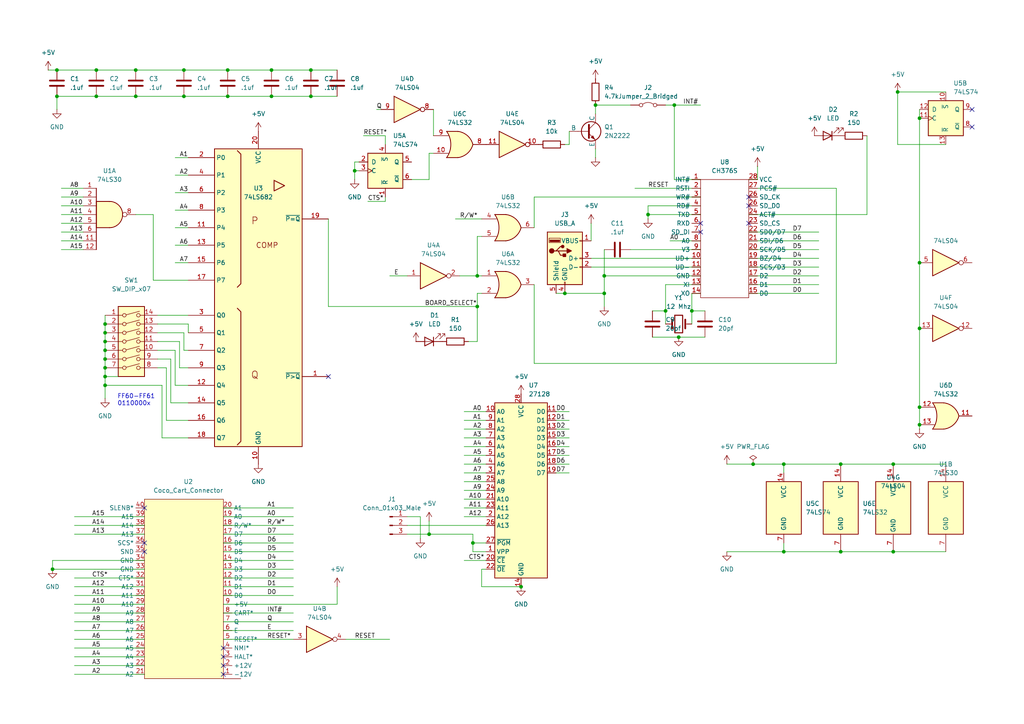
<source format=kicad_sch>
(kicad_sch (version 20231120) (generator "eeschema") (generator_version "8.0")
  (paper "A4")
  (title_block (title "CoCo USB Host") (company "Don Barber") (comment 1 "https://github.com/barberd/cocousbhost") (comment 2 "Licensed GPL v3"))
  (junction (at 124.46 154.94))
  (junction (at 196.85 97.79))
  (junction (at 227.33 134.62))
  (junction (at 66.04 20.32))
  (junction (at 172.72 30.48))
  (junction (at 30.48 106.68))
  (junction (at 138.43 80.01))
  (junction (at 193.04 90.17))
  (junction (at 102.87 49.53))
  (junction (at 90.17 20.32))
  (junction (at 266.7 76.2))
  (junction (at 187.96 62.23))
  (junction (at 30.48 93.98))
  (junction (at 260.35 26.67))
  (junction (at 30.48 111.76))
  (junction (at 39.37 20.32))
  (junction (at 78.74 20.32))
  (junction (at 175.26 80.01))
  (junction (at 151.13 170.18))
  (junction (at 90.17 27.94))
  (junction (at 259.08 134.62))
  (junction (at 266.7 118.11))
  (junction (at 16.51 20.32))
  (junction (at 53.34 27.94))
  (junction (at 137.16 157.48))
  (junction (at 30.48 99.06))
  (junction (at 30.48 109.22))
  (junction (at 27.94 20.32))
  (junction (at 66.04 27.94))
  (junction (at 227.33 160.02))
  (junction (at 15.24 165.1))
  (junction (at 30.48 101.6))
  (junction (at 78.74 27.94))
  (junction (at 175.26 85.09))
  (junction (at 30.48 96.52))
  (junction (at 27.94 27.94))
  (junction (at 266.7 123.19))
  (junction (at 16.51 27.94))
  (junction (at 266.7 95.25))
  (junction (at 218.44 134.62))
  (junction (at 259.08 160.02))
  (junction (at 195.58 30.48))
  (junction (at 163.83 85.09))
  (junction (at 243.84 134.62))
  (junction (at 138.43 88.9))
  (junction (at 30.48 104.14))
  (junction (at 53.34 20.32))
  (junction (at 39.37 27.94))
  (junction (at 243.84 160.02))
  (junction (at 266.7 34.29))
  (junction (at 200.66 90.17))
  (no_connect (at 217.17 64.77))
  (no_connect (at 64.77 193.04))
  (no_connect (at 281.94 31.75))
  (no_connect (at 203.2 67.31))
  (no_connect (at 64.77 187.96))
  (no_connect (at 281.94 36.83))
  (no_connect (at 203.2 64.77))
  (no_connect (at 64.77 190.5))
  (no_connect (at 217.17 59.69))
  (no_connect (at 217.17 57.15))
  (no_connect (at 41.91 157.48))
  (no_connect (at 95.25 109.22))
  (no_connect (at 41.91 147.32))
  (no_connect (at 64.77 195.58))
  (no_connect (at 41.91 160.02))
  (wire (pts (xy 187.96 62.23) (xy 187.96 63.5)))
  (wire (pts (xy 45.72 106.68) (xy 48.26 106.68)))
  (wire (pts (xy 138.43 68.58) (xy 139.7 68.58)))
  (wire (pts (xy 137.16 157.48) (xy 140.97 157.48)))
  (wire (pts (xy 118.11 149.86) (xy 121.92 149.86)))
  (wire (pts (xy 125.73 31.75) (xy 125.73 39.37)))
  (wire (pts (xy 134.62 149.86) (xy 140.97 149.86)))
  (wire (pts (xy 105.41 39.37) (xy 111.76 39.37)))
  (wire (pts (xy 30.48 96.52) (xy 30.48 99.06)))
  (wire (pts (xy 182.88 72.39) (xy 203.2 72.39)))
  (wire (pts (xy 30.48 109.22) (xy 30.48 111.76)))
  (wire (pts (xy 138.43 85.09) (xy 138.43 88.9)))
  (wire (pts (xy 104.14 46.99) (xy 102.87 46.99)))
  (wire (pts (xy 15.24 162.56) (xy 15.24 165.1)))
  (wire (pts (xy 274.32 134.62) (xy 259.08 134.62)))
  (wire (pts (xy 113.03 80.01) (xy 118.11 80.01)))
  (wire (pts (xy 118.11 154.94) (xy 124.46 154.94)))
  (wire (pts (xy 95.25 88.9) (xy 138.43 88.9)))
  (wire (pts (xy 217.17 85.09) (xy 237.49 85.09)))
  (wire (pts (xy 251.46 62.23) (xy 251.46 39.37)))
  (wire (pts (xy 193.04 82.55) (xy 203.2 82.55)))
  (wire (pts (xy 137.16 160.02) (xy 137.16 157.48)))
  (wire (pts (xy 17.78 59.69) (xy 24.13 59.69)))
  (wire (pts (xy 242.57 105.41) (xy 154.94 105.41)))
  (wire (pts (xy 13.97 20.32) (xy 16.51 20.32)))
  (wire (pts (xy 259.08 160.02) (xy 243.84 160.02)))
  (wire (pts (xy 171.45 74.93) (xy 203.2 74.93)))
  (wire (pts (xy 50.8 101.6) (xy 50.8 111.76)))
  (wire (pts (xy 39.37 27.94) (xy 53.34 27.94)))
  (wire (pts (xy 78.74 27.94) (xy 66.04 27.94)))
  (wire (pts (xy 64.77 172.72) (xy 85.09 172.72)))
  (wire (pts (xy 163.83 41.91) (xy 165.1 41.91)))
  (wire (pts (xy 134.62 144.78) (xy 140.97 144.78)))
  (wire (pts (xy 52.07 106.68) (xy 54.61 106.68)))
  (wire (pts (xy 134.62 162.56) (xy 140.97 162.56)))
  (wire (pts (xy 50.8 76.2) (xy 54.61 76.2)))
  (wire (pts (xy 161.29 137.16) (xy 165.1 137.16)))
  (wire (pts (xy 45.72 91.44) (xy 54.61 91.44)))
  (wire (pts (xy 200.66 90.17) (xy 204.47 90.17)))
  (wire (pts (xy 227.33 134.62) (xy 243.84 134.62)))
  (wire (pts (xy 102.87 49.53) (xy 102.87 52.07)))
  (wire (pts (xy 217.17 72.39) (xy 237.49 72.39)))
  (wire (pts (xy 193.04 90.17) (xy 193.04 93.98)))
  (wire (pts (xy 21.59 193.04) (xy 41.91 193.04)))
  (wire (pts (xy 21.59 167.64) (xy 41.91 167.64)))
  (wire (pts (xy 194.31 69.85) (xy 203.2 69.85)))
  (wire (pts (xy 187.96 62.23) (xy 203.2 62.23)))
  (wire (pts (xy 175.26 85.09) (xy 175.26 80.01)))
  (wire (pts (xy 161.29 129.54) (xy 165.1 129.54)))
  (wire (pts (xy 45.72 93.98) (xy 54.61 93.98)))
  (wire (pts (xy 242.57 54.61) (xy 242.57 105.41)))
  (wire (pts (xy 163.83 85.09) (xy 175.26 85.09)))
  (wire (pts (xy 64.77 160.02) (xy 85.09 160.02)))
  (wire (pts (xy 21.59 175.26) (xy 41.91 175.26)))
  (wire (pts (xy 137.16 157.48) (xy 137.16 154.94)))
  (wire (pts (xy 227.33 134.62) (xy 227.33 137.16)))
  (wire (pts (xy 54.61 81.28) (xy 44.45 81.28)))
  (wire (pts (xy 102.87 46.99) (xy 102.87 49.53)))
  (wire (pts (xy 17.78 67.31) (xy 24.13 67.31)))
  (wire (pts (xy 90.17 20.32) (xy 97.79 20.32)))
  (wire (pts (xy 64.77 170.18) (xy 85.09 170.18)))
  (wire (pts (xy 193.04 82.55) (xy 193.04 90.17)))
  (wire (pts (xy 189.23 97.79) (xy 196.85 97.79)))
  (wire (pts (xy 119.38 52.07) (xy 124.46 52.07)))
  (wire (pts (xy 266.7 76.2) (xy 266.7 95.25)))
  (wire (pts (xy 134.62 142.24) (xy 140.97 142.24)))
  (wire (pts (xy 187.96 59.69) (xy 187.96 62.23)))
  (wire (pts (xy 187.96 59.69) (xy 203.2 59.69)))
  (wire (pts (xy 21.59 185.42) (xy 41.91 185.42)))
  (wire (pts (xy 21.59 172.72) (xy 41.91 172.72)))
  (wire (pts (xy 217.17 69.85) (xy 237.49 69.85)))
  (wire (pts (xy 134.62 147.32) (xy 140.97 147.32)))
  (wire (pts (xy 30.48 104.14) (xy 30.48 106.68)))
  (wire (pts (xy 100.33 185.42) (xy 113.03 185.42)))
  (wire (pts (xy 266.7 123.19) (xy 266.7 124.46)))
  (wire (pts (xy 64.77 162.56) (xy 85.09 162.56)))
  (wire (pts (xy 15.24 165.1) (xy 41.91 165.1)))
  (wire (pts (xy 27.94 20.32) (xy 39.37 20.32)))
  (wire (pts (xy 54.61 127) (xy 46.99 127)))
  (wire (pts (xy 218.44 134.62) (xy 227.33 134.62)))
  (wire (pts (xy 17.78 57.15) (xy 24.13 57.15)))
  (wire (pts (xy 45.72 99.06) (xy 52.07 99.06)))
  (wire (pts (xy 50.8 60.96) (xy 54.61 60.96)))
  (wire (pts (xy 21.59 149.86) (xy 41.91 149.86)))
  (wire (pts (xy 161.29 119.38) (xy 165.1 119.38)))
  (wire (pts (xy 21.59 187.96) (xy 41.91 187.96)))
  (wire (pts (xy 219.71 52.07) (xy 217.17 52.07)))
  (wire (pts (xy 64.77 154.94) (xy 85.09 154.94)))
  (wire (pts (xy 39.37 20.32) (xy 53.34 20.32)))
  (wire (pts (xy 217.17 67.31) (xy 237.49 67.31)))
  (wire (pts (xy 138.43 88.9) (xy 138.43 99.06)))
  (wire (pts (xy 16.51 20.32) (xy 27.94 20.32)))
  (wire (pts (xy 161.29 124.46) (xy 165.1 124.46)))
  (wire (pts (xy 15.24 162.56) (xy 41.91 162.56)))
  (wire (pts (xy 30.48 106.68) (xy 30.48 109.22)))
  (wire (pts (xy 30.48 111.76) (xy 30.48 115.57)))
  (wire (pts (xy 50.8 71.12) (xy 54.61 71.12)))
  (wire (pts (xy 50.8 66.04) (xy 54.61 66.04)))
  (wire (pts (xy 53.34 27.94) (xy 66.04 27.94)))
  (wire (pts (xy 171.45 77.47) (xy 203.2 77.47)))
  (wire (pts (xy 204.47 97.79) (xy 196.85 97.79)))
  (wire (pts (xy 139.7 165.1) (xy 140.97 165.1)))
  (wire (pts (xy 95.25 88.9) (xy 95.25 63.5)))
  (wire (pts (xy 64.77 149.86) (xy 85.09 149.86)))
  (wire (pts (xy 30.48 93.98) (xy 30.48 96.52)))
  (wire (pts (xy 50.8 111.76) (xy 54.61 111.76)))
  (wire (pts (xy 64.77 185.42) (xy 85.09 185.42)))
  (wire (pts (xy 97.79 175.26) (xy 97.79 170.18)))
  (wire (pts (xy 227.33 160.02) (xy 243.84 160.02)))
  (wire (pts (xy 64.77 157.48) (xy 85.09 157.48)))
  (wire (pts (xy 210.82 134.62) (xy 218.44 134.62)))
  (wire (pts (xy 27.94 27.94) (xy 16.51 27.94)))
  (wire (pts (xy 21.59 195.58) (xy 41.91 195.58)))
  (wire (pts (xy 138.43 85.09) (xy 139.7 85.09)))
  (wire (pts (xy 165.1 41.91) (xy 165.1 38.1)))
  (wire (pts (xy 274.32 41.91) (xy 260.35 41.91)))
  (wire (pts (xy 39.37 27.94) (xy 27.94 27.94)))
  (wire (pts (xy 175.26 80.01) (xy 203.2 80.01)))
  (wire (pts (xy 50.8 45.72) (xy 54.61 45.72)))
  (wire (pts (xy 53.34 20.32) (xy 66.04 20.32)))
  (wire (pts (xy 64.77 177.8) (xy 85.09 177.8)))
  (wire (pts (xy 64.77 175.26) (xy 97.79 175.26)))
  (wire (pts (xy 124.46 154.94) (xy 137.16 154.94)))
  (wire (pts (xy 259.08 134.62) (xy 243.84 134.62)))
  (wire (pts (xy 66.04 20.32) (xy 78.74 20.32)))
  (wire (pts (xy 260.35 41.91) (xy 260.35 26.67)))
  (wire (pts (xy 90.17 27.94) (xy 78.74 27.94)))
  (wire (pts (xy 266.7 118.11) (xy 266.7 123.19)))
  (wire (pts (xy 30.48 99.06) (xy 30.48 101.6)))
  (wire (pts (xy 124.46 44.45) (xy 124.46 52.07)))
  (wire (pts (xy 138.43 80.01) (xy 138.43 68.58)))
  (wire (pts (xy 52.07 99.06) (xy 52.07 106.68)))
  (wire (pts (xy 17.78 62.23) (xy 24.13 62.23)))
  (wire (pts (xy 133.35 80.01) (xy 138.43 80.01)))
  (wire (pts (xy 104.14 49.53) (xy 102.87 49.53)))
  (wire (pts (xy 48.26 121.92) (xy 54.61 121.92)))
  (wire (pts (xy 90.17 27.94) (xy 97.79 27.94)))
  (wire (pts (xy 217.17 80.01) (xy 237.49 80.01)))
  (wire (pts (xy 44.45 81.28) (xy 44.45 62.23)))
  (wire (pts (xy 64.77 182.88) (xy 85.09 182.88)))
  (wire (pts (xy 217.17 82.55) (xy 237.49 82.55)))
  (wire (pts (xy 171.45 69.85) (xy 171.45 64.77)))
  (wire (pts (xy 134.62 139.7) (xy 140.97 139.7)))
  (wire (pts (xy 161.29 127) (xy 165.1 127)))
  (wire (pts (xy 64.77 152.4) (xy 85.09 152.4)))
  (wire (pts (xy 118.11 152.4) (xy 140.97 152.4)))
  (wire (pts (xy 175.26 85.09) (xy 175.26 88.9)))
  (wire (pts (xy 161.29 121.92) (xy 165.1 121.92)))
  (wire (pts (xy 161.29 134.62) (xy 165.1 134.62)))
  (wire (pts (xy 154.94 57.15) (xy 154.94 66.04)))
  (wire (pts (xy 200.66 85.09) (xy 200.66 90.17)))
  (wire (pts (xy 45.72 104.14) (xy 49.53 104.14)))
  (wire (pts (xy 217.17 62.23) (xy 251.46 62.23)))
  (wire (pts (xy 219.71 52.07) (xy 219.71 48.26)))
  (wire (pts (xy 260.35 26.67) (xy 274.32 26.67)))
  (wire (pts (xy 217.17 54.61) (xy 242.57 54.61)))
  (wire (pts (xy 200.66 90.17) (xy 200.66 93.98)))
  (wire (pts (xy 134.62 134.62) (xy 140.97 134.62)))
  (wire (pts (xy 50.8 50.8) (xy 54.61 50.8)))
  (wire (pts (xy 78.74 20.32) (xy 90.17 20.32)))
  (wire (pts (xy 21.59 154.94) (xy 41.91 154.94)))
  (wire (pts (xy 134.62 124.46) (xy 140.97 124.46)))
  (wire (pts (xy 266.7 31.75) (xy 266.7 34.29)))
  (wire (pts (xy 134.62 127) (xy 140.97 127)))
  (wire (pts (xy 16.51 27.94) (xy 16.51 31.75)))
  (wire (pts (xy 172.72 33.02) (xy 172.72 30.48)))
  (wire (pts (xy 134.62 129.54) (xy 140.97 129.54)))
  (wire (pts (xy 189.23 90.17) (xy 193.04 90.17)))
  (wire (pts (xy 21.59 190.5) (xy 41.91 190.5)))
  (wire (pts (xy 46.99 127) (xy 46.99 111.76)))
  (wire (pts (xy 227.33 157.48) (xy 227.33 160.02)))
  (wire (pts (xy 210.82 160.02) (xy 227.33 160.02)))
  (wire (pts (xy 50.8 55.88) (xy 54.61 55.88)))
  (wire (pts (xy 30.48 101.6) (xy 30.48 104.14)))
  (wire (pts (xy 172.72 30.48) (xy 182.88 30.48)))
  (wire (pts (xy 274.32 160.02) (xy 259.08 160.02)))
  (wire (pts (xy 30.48 91.44) (xy 30.48 93.98)))
  (wire (pts (xy 46.99 111.76) (xy 30.48 111.76)))
  (wire (pts (xy 111.76 57.15) (xy 111.76 58.42)))
  (wire (pts (xy 195.58 30.48) (xy 195.58 52.07)))
  (wire (pts (xy 17.78 69.85) (xy 24.13 69.85)))
  (wire (pts (xy 124.46 151.13) (xy 124.46 154.94)))
  (wire (pts (xy 266.7 95.25) (xy 266.7 118.11)))
  (wire (pts (xy 106.68 58.42) (xy 111.76 58.42)))
  (wire (pts (xy 21.59 177.8) (xy 41.91 177.8)))
  (wire (pts (xy 64.77 167.64) (xy 85.09 167.64)))
  (wire (pts (xy 21.59 180.34) (xy 41.91 180.34)))
  (wire (pts (xy 48.26 106.68) (xy 48.26 121.92)))
  (wire (pts (xy 17.78 72.39) (xy 24.13 72.39)))
  (wire (pts (xy 139.7 170.18) (xy 151.13 170.18)))
  (wire (pts (xy 17.78 54.61) (xy 24.13 54.61)))
  (wire (pts (xy 44.45 62.23) (xy 39.37 62.23)))
  (wire (pts (xy 195.58 30.48) (xy 203.2 30.48)))
  (wire (pts (xy 21.59 170.18) (xy 41.91 170.18)))
  (wire (pts (xy 45.72 101.6) (xy 50.8 101.6)))
  (wire (pts (xy 161.29 132.08) (xy 165.1 132.08)))
  (wire (pts (xy 45.72 96.52) (xy 53.34 96.52)))
  (wire (pts (xy 266.7 34.29) (xy 266.7 76.2)))
  (wire (pts (xy 64.77 165.1) (xy 85.09 165.1)))
  (wire (pts (xy 217.17 77.47) (xy 237.49 77.47)))
  (wire (pts (xy 49.53 116.84) (xy 54.61 116.84)))
  (wire (pts (xy 195.58 52.07) (xy 203.2 52.07)))
  (wire (pts (xy 124.46 44.45) (xy 125.73 44.45)))
  (wire (pts (xy 175.26 72.39) (xy 175.26 80.01)))
  (wire (pts (xy 154.94 82.55) (xy 154.94 105.41)))
  (wire (pts (xy 184.15 54.61) (xy 203.2 54.61)))
  (wire (pts (xy 172.72 43.18) (xy 172.72 45.72)))
  (wire (pts (xy 21.59 182.88) (xy 41.91 182.88)))
  (wire (pts (xy 134.62 132.08) (xy 140.97 132.08)))
  (wire (pts (xy 21.59 152.4) (xy 41.91 152.4)))
  (wire (pts (xy 121.92 149.86) (xy 121.92 156.21)))
  (wire (pts (xy 134.62 119.38) (xy 140.97 119.38)))
  (wire (pts (xy 193.04 30.48) (xy 195.58 30.48)))
  (wire (pts (xy 134.62 137.16) (xy 140.97 137.16)))
  (wire (pts (xy 200.66 85.09) (xy 203.2 85.09)))
  (wire (pts (xy 30.48 109.22) (xy 34.29 109.22)))
  (wire (pts (xy 111.76 41.91) (xy 111.76 39.37)))
  (wire (pts (xy 139.7 170.18) (xy 139.7 165.1)))
  (wire (pts (xy 161.29 85.09) (xy 163.83 85.09)))
  (wire (pts (xy 109.22 31.75) (xy 110.49 31.75)))
  (wire (pts (xy 138.43 80.01) (xy 139.7 80.01)))
  (wire (pts (xy 53.34 101.6) (xy 54.61 101.6)))
  (wire (pts (xy 140.97 160.02) (xy 137.16 160.02)))
  (wire (pts (xy 154.94 57.15) (xy 203.2 57.15)))
  (wire (pts (xy 134.62 121.92) (xy 140.97 121.92)))
  (wire (pts (xy 49.53 104.14) (xy 49.53 116.84)))
  (wire (pts (xy 217.17 74.93) (xy 237.49 74.93)))
  (wire (pts (xy 135.89 99.06) (xy 138.43 99.06)))
  (wire (pts (xy 64.77 180.34) (xy 85.09 180.34)))
  (wire (pts (xy 17.78 64.77) (xy 24.13 64.77)))
  (wire (pts (xy 53.34 96.52) (xy 53.34 101.6)))
  (wire (pts (xy 54.61 93.98) (xy 54.61 96.52)))
  (wire (pts (xy 132.08 63.5) (xy 139.7 63.5)))
  (wire (pts (xy 64.77 147.32) (xy 85.09 147.32)))
  (text "FF60-FF61\n0110000x" (at 34.036 117.856 0) (effects (font (size 1.27 1.27)) (justify left bottom)))
  (label "A3" (at 139.7 127 180))
  (label "D3" (at 161.29 127 0))
  (label "D7" (at 161.29 137.16 0))
  (label "A4" (at 52.07 60.96 0))
  (label "A8" (at 20.32 54.61 0))
  (label "A9" (at 26.67 177.8 0))
  (label "D1" (at 161.29 121.92 0))
  (label "RESET*" (at 77.47 185.42 0))
  (label "D6" (at 77.47 157.48 0))
  (label "A4" (at 139.7 129.54 180))
  (label "D7" (at 77.47 154.94 0))
  (label "INT#" (at 77.47 177.8 0))
  (label "A3" (at 26.67 193.04 0))
  (label "A12" (at 20.32 64.77 0))
  (label "D5" (at 161.29 132.08 0))
  (label "D3" (at 229.87 77.47 0))
  (label "CTS*" (at 26.67 167.64 0))
  (label "A15" (at 26.67 149.86 0))
  (label "A4" (at 26.67 190.5 0))
  (label "A9" (at 20.32 57.15 0))
  (label "A8" (at 139.7 139.7 180))
  (label "A12" (at 139.7 149.86 180))
  (label "R{slash}W*" (at 133.35 63.5 0))
  (label "A14" (at 20.32 69.85 0))
  (label "D0" (at 229.87 85.09 0))
  (label "D4" (at 229.87 74.93 0))
  (label "A0" (at 137.16 119.38 0))
  (label "A10" (at 139.7 144.78 180))
  (label "A7" (at 52.07 76.2 0))
  (label "D2" (at 77.47 167.64 0))
  (label "A11" (at 26.67 172.72 0))
  (label "A0" (at 194.31 69.85 0))
  (label "A5" (at 26.67 187.96 0))
  (label "A7" (at 139.7 137.16 180))
  (label "R{slash}W*" (at 77.47 152.4 0))
  (label "D4" (at 77.47 162.56 0))
  (label "A15" (at 20.32 72.39 0))
  (label "Q" (at 109.22 31.75 0))
  (label "A1" (at 137.16 121.92 0))
  (label "A12" (at 26.67 170.18 0))
  (label "CTS*" (at 135.89 162.56 0))
  (label "A10" (at 26.67 175.26 0))
  (label "D5" (at 77.47 160.02 0))
  (label "A0" (at 77.47 149.86 0))
  (label "RESET" (at 102.87 185.42 0))
  (label "D2" (at 229.87 80.01 0))
  (label "A11" (at 139.7 147.32 180))
  (label "D3" (at 77.47 165.1 0))
  (label "A5" (at 52.07 66.04 0))
  (label "A2" (at 52.07 50.8 0))
  (label "E" (at 77.47 182.88 0))
  (label "D0" (at 77.47 172.72 0))
  (label "RESET" (at 187.96 54.61 0))
  (label "A7" (at 26.67 182.88 0))
  (label "D7" (at 229.87 67.31 0))
  (label "A3" (at 52.07 55.88 0))
  (label "D6" (at 229.87 69.85 0))
  (label "E" (at 114.3 80.01 0))
  (label "D4" (at 161.29 129.54 0))
  (label "A9" (at 139.7 142.24 180))
  (label "A6" (at 139.7 134.62 180))
  (label "A11" (at 20.32 62.23 0))
  (label "A13" (at 26.67 154.94 0))
  (label "D6" (at 161.29 134.62 0))
  (label "A6" (at 52.07 71.12 0))
  (label "D2" (at 161.29 124.46 0))
  (label "A10" (at 20.32 59.69 0))
  (label "D1" (at 77.47 170.18 0))
  (label "A6" (at 26.67 185.42 0))
  (label "RESET*" (at 105.41 39.37 0))
  (label "A8" (at 26.67 180.34 0))
  (label "A5" (at 139.7 132.08 180))
  (label "A2" (at 139.7 124.46 180))
  (label "CTS*" (at 106.68 58.42 0))
  (label "INT#" (at 198.12 30.48 0))
  (label "A14" (at 26.67 152.4 0))
  (label "A1" (at 52.07 45.72 0))
  (label "A2" (at 26.67 195.58 0))
  (label "D5" (at 229.87 72.39 0))
  (label "D0" (at 161.29 119.38 0))
  (label "D1" (at 229.87 82.55 0))
  (label "A1" (at 77.47 147.32 0))
  (label "Q" (at 77.47 180.34 0))
  (label "BOARD_SELECT*" (at 123.19 88.9 0))
  (label "A13" (at 20.32 67.31 0))
  (symbol (lib_id "Simulation_SPICE:NPN") (at 170.18 38.1 0) (unit 1)
    (property "Reference" "Q1" (at 175.26 36.8299 0) (effects (justify left)))
    (property "Value" "2N2222" (at 175.26 39.3699 0) (effects (justify left)))
    (property "Footprint" "Package_TO_SOT_THT:TO-92" (effects (hide yes)))
    (property "Datasheet" "https://ngspice.sourceforge.io/docs/ngspice-html-manual/manual.xhtml#cha_BJTs" (effects (hide yes)))
    (property "Description" "Bipolar transistor symbol for simulation only, substrate tied to the emitter" (effects (hide yes)))
    (property "Sim.Device" "NPN" (effects (hide yes)))
    (property "Sim.Type" "GUMMELPOON" (effects (hide yes)))
    (property "Sim.Pins" "1=C 2=B 3=E" (effects (hide yes)))
  )
  (symbol (lib_id "power:+5V") (at 219.71 48.26 0) (unit 1)
    (property "Reference" "#PWR023" (effects (hide yes)))
    (property "Value" "+5V" (at 219.71 43.18 0))
    (property "Description" "Power symbol creates a global label with name \"+5V\"" (effects (hide yes)))
  )
  (symbol (lib_id "Device:C") (at 16.51 24.13 0) (unit 1)
    (property "Reference" "C1" (at 20.32 22.8599 0) (effects (justify left)))
    (property "Value" ".1uf" (at 20.32 25.3999 0) (effects (justify left)))
    (property "Footprint" "Capacitor_THT:C_Disc_D6.0mm_W2.5mm_P5.00mm" (effects (hide yes)))
    (property "Description" "Unpolarized capacitor" (effects (hide yes)))
  )
  (symbol (lib_id "74xx:74LS32") (at 133.35 41.91 0) (unit 3)
    (property "Reference" "U6" (at 133.35 33.02 0))
    (property "Value" "74LS32" (at 133.35 35.56 0))
    (property "Footprint" "Package_DIP:DIP-14_W7.62mm" (effects (hide yes)))
    (property "Datasheet" "http://www.ti.com/lit/gpn/sn74LS32" (effects (hide yes)))
    (property "Description" "Quad 2-input OR" (effects (hide yes)))
  )
  (symbol (lib_id "74xx:74LS30") (at 31.75 62.23 0) (unit 1)
    (property "Reference" "U1" (at 31.75 49.53 0))
    (property "Value" "74LS30" (at 31.75 52.07 0))
    (property "Footprint" "Package_DIP:DIP-14_W7.62mm" (effects (hide yes)))
    (property "Datasheet" "http://www.ti.com/lit/gpn/sn74LS30" (effects (hide yes)))
    (property "Description" "8-input NAND" (effects (hide yes)))
  )
  (symbol (lib_id "power:GND") (at 175.26 88.9 0) (unit 1)
    (property "Reference" "#PWR016" (effects (hide yes)))
    (property "Value" "GND" (at 175.26 93.98 0))
    (property "Description" "Power symbol creates a global label with name \"GND\" , ground" (effects (hide yes)))
  )
  (symbol (lib_id "74xx:74LS04") (at 125.73 80.01 0) (unit 1)
    (property "Reference" "U4" (at 125.73 71.12 0))
    (property "Value" "74LS04" (at 125.73 73.66 0))
    (property "Footprint" "Package_DIP:DIP-14_W7.62mm" (effects (hide yes)))
    (property "Datasheet" "http://www.ti.com/lit/gpn/sn74LS04" (effects (hide yes)))
    (property "Description" "Hex Inverter" (effects (hide yes)))
  )
  (symbol (lib_id "Coco:Coco_Cart_Connector") (at 41.91 196.85 0) (unit 1) (in_bom no)
    (property "Reference" "U2" (at 54.61 139.7 0))
    (property "Value" "Coco_Cart_Connector" (at 54.61 142.24 0))
    (property "Footprint" "CoCo:Coco_Cart" (effects (hide yes)))
  )
  (symbol (lib_id "power:GND") (at 121.92 156.21 0) (unit 1)
    (property "Reference" "#PWR010" (effects (hide yes)))
    (property "Value" "GND" (at 121.92 161.29 0))
    (property "Description" "Power symbol creates a global label with name \"GND\" , ground" (effects (hide yes)))
  )
  (symbol (lib_id "power:+5V") (at 236.22 39.37 0) (unit 1)
    (property "Reference" "#PWR024" (effects (hide yes)))
    (property "Value" "+5V" (at 236.22 34.29 0))
    (property "Description" "Power symbol creates a global label with name \"+5V\"" (effects (hide yes)))
  )
  (symbol (lib_id "power:GND") (at 16.51 31.75 0) (unit 1)
    (property "Reference" "#PWR03" (effects (hide yes)))
    (property "Value" "GND" (at 16.51 36.83 0))
    (property "Description" "Power symbol creates a global label with name \"GND\" , ground" (effects (hide yes)))
  )
  (symbol (lib_id "power:GND") (at 15.24 165.1 0) (unit 1)
    (property "Reference" "#PWR02" (effects (hide yes)))
    (property "Value" "GND" (at 15.24 170.18 0))
    (property "Description" "Power symbol creates a global label with name \"GND\" , ground" (effects (hide yes)))
  )
  (symbol (lib_id "Switch:SW_DIP_x07") (at 38.1 99.06 0) (unit 1)
    (property "Reference" "SW1" (at 38.1 81.28 0))
    (property "Value" "SW_DIP_x07" (at 38.1 83.82 0))
    (property "Footprint" "Button_Switch_THT:SW_DIP_SPSTx07_Slide_6.7x19.34mm_W7.62mm_P2.54mm_LowProfile" (effects (hide yes)))
    (property "Description" "7x DIP Switch, Single Pole Single Throw (SPST) switch, small symbol" (effects (hide yes)))
  )
  (symbol (lib_id "Device:C") (at 53.34 24.13 0) (unit 1)
    (property "Reference" "C4" (at 57.15 22.8599 0) (effects (justify left)))
    (property "Value" ".1uf" (at 57.15 25.3999 0) (effects (justify left)))
    (property "Footprint" "Capacitor_THT:C_Disc_D6.0mm_W2.5mm_P5.00mm" (effects (hide yes)))
    (property "Description" "Unpolarized capacitor" (effects (hide yes)))
  )
  (symbol (lib_id "74xx:74LS04") (at 92.71 185.42 0) (unit 2)
    (property "Reference" "U4" (at 92.71 176.53 0))
    (property "Value" "74LS04" (at 92.71 179.07 0))
    (property "Footprint" "Package_DIP:DIP-14_W7.62mm" (effects (hide yes)))
    (property "Datasheet" "http://www.ti.com/lit/gpn/sn74LS04" (effects (hide yes)))
    (property "Description" "Hex Inverter" (effects (hide yes)))
  )
  (symbol (lib_id "power:+5V") (at 260.35 26.67 0) (unit 1)
    (property "Reference" "#PWR025" (effects (hide yes)))
    (property "Value" "+5V" (at 260.35 21.59 0))
    (property "Description" "Power symbol creates a global label with name \"+5V\"" (effects (hide yes)))
  )
  (symbol (lib_id "74xx:74LS32") (at 274.32 120.65 0) (unit 4)
    (property "Reference" "U6" (at 274.32 111.76 0))
    (property "Value" "74LS32" (at 274.32 114.3 0))
    (property "Footprint" "Package_DIP:DIP-14_W7.62mm" (effects (hide yes)))
    (property "Datasheet" "http://www.ti.com/lit/gpn/sn74LS32" (effects (hide yes)))
    (property "Description" "Quad 2-input OR" (effects (hide yes)))
  )
  (symbol (lib_id "Device:C") (at 27.94 24.13 0) (unit 1)
    (property "Reference" "C2" (at 31.75 22.8599 0) (effects (justify left)))
    (property "Value" ".1uf" (at 31.75 25.3999 0) (effects (justify left)))
    (property "Footprint" "Capacitor_THT:C_Disc_D6.0mm_W2.5mm_P5.00mm" (effects (hide yes)))
    (property "Description" "Unpolarized capacitor" (effects (hide yes)))
  )
  (symbol (lib_id "74xx:74LS04") (at 259.08 147.32 0) (unit 7)
    (property "Reference" "U4" (at 259.08 138.43 0))
    (property "Value" "74LS04" (at 259.08 140.97 0))
    (property "Footprint" "Package_DIP:DIP-14_W7.62mm" (effects (hide yes)))
    (property "Datasheet" "http://www.ti.com/lit/gpn/sn74LS04" (effects (hide yes)))
    (property "Description" "Hex Inverter" (effects (hide yes)))
  )
  (symbol (lib_id "Device:Crystal") (at 196.85 93.98 180) (unit 1)
    (property "Reference" "Y1" (at 196.85 86.36 0))
    (property "Value" "12 Mhz" (at 196.85 88.9 0))
    (property "Footprint" "Crystal:Crystal_HC52-8mm_Vertical" (effects (hide yes)))
    (property "Description" "Two pin crystal" (effects (hide yes)))
  )
  (symbol (lib_id "power:GND") (at 210.82 160.02 0) (unit 1)
    (property "Reference" "#PWR022" (effects (hide yes)))
    (property "Value" "GND" (at 210.82 165.1 0))
    (property "Description" "Power symbol creates a global label with name \"GND\" , ground" (effects (hide yes)))
  )
  (symbol (lib_id "power:+5V") (at 120.65 99.06 0) (unit 1)
    (property "Reference" "#PWR09" (effects (hide yes)))
    (property "Value" "+5V" (at 120.65 93.98 0))
    (property "Description" "Power symbol creates a global label with name \"+5V\"" (effects (hide yes)))
  )
  (symbol (lib_id "Device:LED") (at 124.46 99.06 180) (unit 1)
    (property "Reference" "D1" (at 126.0475 91.44 0))
    (property "Value" "LED" (at 126.0475 93.98 0))
    (property "Footprint" "LED_THT:LED_D3.0mm" (effects (hide yes)))
    (property "Description" "Light emitting diode" (effects (hide yes)))
  )
  (symbol (lib_id "Device:C") (at 189.23 93.98 180) (unit 1)
    (property "Reference" "C9" (at 193.04 92.7099 0) (effects (justify right)))
    (property "Value" "20pf" (at 193.04 95.2499 0) (effects (justify right)))
    (property "Footprint" "Capacitor_THT:C_Disc_D6.0mm_W2.5mm_P5.00mm" (effects (hide yes)))
    (property "Description" "Unpolarized capacitor" (effects (hide yes)))
  )
  (symbol (lib_id "power:+5V") (at 171.45 64.77 0) (unit 1)
    (property "Reference" "#PWR015" (effects (hide yes)))
    (property "Value" "+5V" (at 171.45 59.69 0))
    (property "Description" "Power symbol creates a global label with name \"+5V\"" (effects (hide yes)))
  )
  (symbol (lib_id "74xx:74LS74") (at 227.33 147.32 0) (unit 3)
    (property "Reference" "U5" (at 233.68 146.0499 0) (effects (justify left)))
    (property "Value" "74LS74" (at 233.68 148.5899 0) (effects (justify left)))
    (property "Footprint" "Package_DIP:DIP-14_W7.62mm" (effects (hide yes)))
    (property "Datasheet" "74xx/74hc_hct74.pdf" (effects (hide yes)))
    (property "Description" "Dual D Flip-flop, Set & Reset" (effects (hide yes)))
  )
  (symbol (lib_id "74xx_IEEE:74LS682") (at 74.93 86.36 0) (unit 1)
    (property "Reference" "U3" (at 74.93 54.61 0))
    (property "Value" "74LS682" (at 74.93 57.15 0))
    (property "Footprint" "Package_DIP:DIP-20_W7.62mm" (effects (hide yes)))
  )
  (symbol (lib_id "Device:C") (at 66.04 24.13 0) (unit 1)
    (property "Reference" "C5" (at 69.85 22.8599 0) (effects (justify left)))
    (property "Value" ".1uf" (at 69.85 25.3999 0) (effects (justify left)))
    (property "Footprint" "Capacitor_THT:C_Disc_D6.0mm_W2.5mm_P5.00mm" (effects (hide yes)))
    (property "Description" "Unpolarized capacitor" (effects (hide yes)))
  )
  (symbol (lib_id "Device:C") (at 78.74 24.13 0) (unit 1)
    (property "Reference" "C6" (at 82.55 22.8599 0) (effects (justify left)))
    (property "Value" ".1uf" (at 82.55 25.3999 0) (effects (justify left)))
    (property "Footprint" "Capacitor_THT:C_Disc_D6.0mm_W2.5mm_P5.00mm" (effects (hide yes)))
    (property "Description" "Unpolarized capacitor" (effects (hide yes)))
  )
  (symbol (lib_id "74xx:74LS30") (at 274.32 147.32 0) (unit 2)
    (property "Reference" "U1" (at 274.32 134.62 0))
    (property "Value" "74LS30" (at 274.32 137.16 0))
    (property "Footprint" "Package_DIP:DIP-14_W7.62mm" (effects (hide yes)))
    (property "Datasheet" "http://www.ti.com/lit/gpn/sn74LS30" (effects (hide yes)))
    (property "Description" "8-input NAND" (effects (hide yes)))
  )
  (symbol (lib_id "power:GND") (at 187.96 63.5 0) (unit 1)
    (property "Reference" "#PWR017" (effects (hide yes)))
    (property "Value" "GND" (at 187.96 68.58 0))
    (property "Description" "Power symbol creates a global label with name \"GND\" , ground" (effects (hide yes)))
  )
  (symbol (lib_id "power:+5V") (at 172.72 22.86 0) (unit 1)
    (property "Reference" "#PWR020" (effects (hide yes)))
    (property "Value" "+5V" (at 172.72 17.78 0))
    (property "Description" "Power symbol creates a global label with name \"+5V\"" (effects (hide yes)))
  )
  (symbol (lib_id "74xx:74LS04") (at 118.11 31.75 0) (unit 4)
    (property "Reference" "U4" (at 118.11 22.86 0))
    (property "Value" "74LS04" (at 118.11 25.4 0))
    (property "Footprint" "Package_DIP:DIP-14_W7.62mm" (effects (hide yes)))
    (property "Datasheet" "http://www.ti.com/lit/gpn/sn74LS04" (effects (hide yes)))
    (property "Description" "Hex Inverter" (effects (hide yes)))
  )
  (symbol (lib_id "Device:C") (at 179.07 72.39 90) (unit 1)
    (property "Reference" "C11" (at 179.07 64.77 90))
    (property "Value" ".1uf" (at 179.07 67.31 90))
    (property "Footprint" "Capacitor_THT:C_Disc_D6.0mm_W2.5mm_P5.00mm" (effects (hide yes)))
    (property "Description" "Unpolarized capacitor" (effects (hide yes)))
  )
  (symbol (lib_id "Connector:Conn_01x03_Male") (at 113.03 152.4 0) (unit 1)
    (property "Reference" "J1" (at 113.665 144.78 0))
    (property "Value" "Conn_01x03_Male" (at 113.665 147.32 0))
    (property "Footprint" "Connector_PinHeader_2.54mm:PinHeader_1x03_P2.54mm_Vertical" (effects (hide yes)))
  )
  (symbol (lib_id "74xx:74LS74") (at 274.32 34.29 0) (unit 2)
    (property "Reference" "U5" (at 276.5141 24.13 0) (effects (justify left)))
    (property "Value" "74LS74" (at 276.5141 26.67 0) (effects (justify left)))
    (property "Footprint" "Package_DIP:DIP-14_W7.62mm" (effects (hide yes)))
    (property "Datasheet" "74xx/74hc_hct74.pdf" (effects (hide yes)))
    (property "Description" "Dual D Flip-flop, Set & Reset" (effects (hide yes)))
  )
  (symbol (lib_id "power:GND") (at 102.87 52.07 0) (unit 1)
    (property "Reference" "#PWR08" (effects (hide yes)))
    (property "Value" "GND" (at 102.87 57.15 0))
    (property "Description" "Power symbol creates a global label with name \"GND\" , ground" (effects (hide yes)))
  )
  (symbol (lib_id "Device:LED") (at 240.03 39.37 180) (unit 1)
    (property "Reference" "D2" (at 241.6175 31.75 0))
    (property "Value" "LED" (at 241.6175 34.29 0))
    (property "Footprint" "LED_THT:LED_D3.0mm" (effects (hide yes)))
    (property "Description" "Light emitting diode" (effects (hide yes)))
  )
  (symbol (lib_id "power:GND") (at 30.48 115.57 0) (unit 1)
    (property "Reference" "#PWR04" (effects (hide yes)))
    (property "Value" "GND" (at 30.48 120.65 0))
    (property "Description" "Power symbol creates a global label with name \"GND\" , ground" (effects (hide yes)))
  )
  (symbol (lib_id "power:GND") (at 151.13 170.18 0) (unit 1)
    (property "Reference" "#PWR013" (effects (hide yes)))
    (property "Value" "GND" (at 151.13 175.26 0))
    (property "Description" "Power symbol creates a global label with name \"GND\" , ground" (effects (hide yes)))
  )
  (symbol (lib_id "Coco:CH376S") (at 203.2 86.36 0) (unit 1)
    (property "Reference" "U8" (at 210.185 46.99 0))
    (property "Value" "CH376S" (at 210.185 49.53 0))
    (property "Footprint" "CoCo:SOP-28" (effects (hide yes)))
  )
  (symbol (lib_id "power:GND") (at 74.93 134.62 0) (unit 1)
    (property "Reference" "#PWR06" (effects (hide yes)))
    (property "Value" "GND" (at 74.93 139.7 0))
    (property "Description" "Power symbol creates a global label with name \"GND\" , ground" (effects (hide yes)))
  )
  (symbol (lib_id "74xx:74LS32") (at 147.32 82.55 0) (unit 1)
    (property "Reference" "U6" (at 147.32 73.66 0))
    (property "Value" "74LS32" (at 147.32 76.2 0))
    (property "Footprint" "Package_DIP:DIP-14_W7.62mm" (effects (hide yes)))
    (property "Datasheet" "http://www.ti.com/lit/gpn/sn74LS32" (effects (hide yes)))
    (property "Description" "Quad 2-input OR" (effects (hide yes)))
  )
  (symbol (lib_id "power:+5V") (at 124.46 151.13 0) (unit 1)
    (property "Reference" "#PWR011" (effects (hide yes)))
    (property "Value" "+5V" (at 124.46 146.05 0))
    (property "Description" "Power symbol creates a global label with name \"+5V\"" (effects (hide yes)))
  )
  (symbol (lib_id "power:+5V") (at 151.13 114.3 0) (unit 1)
    (property "Reference" "#PWR012" (effects (hide yes)))
    (property "Value" "+5V" (at 151.13 109.22 0))
    (property "Description" "Power symbol creates a global label with name \"+5V\"" (effects (hide yes)))
  )
  (symbol (lib_id "74xx:74LS32") (at 243.84 147.32 0) (unit 5)
    (property "Reference" "U6" (at 250.19 146.0499 0) (effects (justify left)))
    (property "Value" "74LS32" (at 250.19 148.5899 0) (effects (justify left)))
    (property "Footprint" "Package_DIP:DIP-14_W7.62mm" (effects (hide yes)))
    (property "Datasheet" "http://www.ti.com/lit/gpn/sn74LS32" (effects (hide yes)))
    (property "Description" "Quad 2-input OR" (effects (hide yes)))
  )
  (symbol (lib_id "Memory_EPROM:27128") (at 151.13 142.24 0) (unit 1)
    (property "Reference" "U7" (at 153.3241 111.76 0) (effects (justify left)))
    (property "Value" "27128" (at 153.3241 114.3 0) (effects (justify left)))
    (property "Footprint" "Package_DIP:DIP-28_W15.24mm" (effects (hide yes)))
    (property "Datasheet" "http://eeshop.unl.edu/pdf/27128.pdf" (effects (hide yes)))
    (property "Description" "UV Erasable EPROM 128 KiBit, [Obsolete 2000-11]" (effects (hide yes)))
  )
  (symbol (lib_id "Device:R") (at 172.72 26.67 0) (unit 1)
    (property "Reference" "R4" (at 175.26 25.3999 0) (effects (justify left)))
    (property "Value" "4.7k" (at 175.26 27.9399 0) (effects (justify left)))
    (property "Footprint" "Resistor_THT:R_Axial_DIN0204_L3.6mm_D1.6mm_P7.62mm_Horizontal" (effects (hide yes)))
    (property "Description" "Resistor" (effects (hide yes)))
  )
  (symbol (lib_id "power:GND") (at 172.72 45.72 0) (unit 1)
    (property "Reference" "#PWR014" (effects (hide yes)))
    (property "Value" "GND" (effects (hide yes)))
    (property "Description" "Power symbol creates a global label with name \"GND\" , ground" (effects (hide yes)))
  )
  (symbol (lib_id "Device:C") (at 90.17 24.13 0) (unit 1)
    (property "Reference" "C7" (at 93.98 22.8599 0) (effects (justify left)))
    (property "Value" ".1uf" (at 93.98 25.3999 0) (effects (justify left)))
    (property "Footprint" "Capacitor_THT:C_Disc_D6.0mm_W2.5mm_P5.00mm" (effects (hide yes)))
    (property "Description" "Unpolarized capacitor" (effects (hide yes)))
  )
  (symbol (lib_id "Jumper:Jumper_2_Bridged") (at 187.96 30.48 0) (unit 1) (exclude_from_sim yes)
    (property "Reference" "J2" (at 187.96 25.4 0))
    (property "Value" "Jumper_2_Bridged" (at 187.96 27.94 0))
    (property "Footprint" "Connector_PinHeader_2.54mm:PinHeader_1x02_P2.54mm_Vertical" (effects (hide yes)))
    (property "Description" "Jumper, 2-pole, closed/bridged" (effects (hide yes)))
  )
  (symbol (lib_id "74xx:74LS04") (at 148.59 41.91 0) (unit 5)
    (property "Reference" "U4" (at 148.59 33.02 0))
    (property "Value" "74LS04" (at 148.59 35.56 0))
    (property "Footprint" "Package_DIP:DIP-14_W7.62mm" (effects (hide yes)))
    (property "Datasheet" "http://www.ti.com/lit/gpn/sn74LS04" (effects (hide yes)))
    (property "Description" "Hex Inverter" (effects (hide yes)))
  )
  (symbol (lib_id "Device:C") (at 204.47 93.98 180) (unit 1)
    (property "Reference" "C10" (at 208.28 92.7099 0) (effects (justify right)))
    (property "Value" "20pf" (at 208.28 95.2499 0) (effects (justify right)))
    (property "Footprint" "Capacitor_THT:C_Disc_D6.0mm_W2.5mm_P5.00mm" (effects (hide yes)))
    (property "Description" "Unpolarized capacitor" (effects (hide yes)))
  )
  (symbol (lib_id "Device:C") (at 97.79 24.13 0) (unit 1)
    (property "Reference" "C8" (at 101.6 22.8599 0) (effects (justify left)))
    (property "Value" ".1uf" (at 101.6 25.3999 0) (effects (justify left)))
    (property "Footprint" "Capacitor_THT:C_Disc_D6.0mm_W2.5mm_P5.00mm" (effects (hide yes)))
    (property "Description" "Unpolarized capacitor" (effects (hide yes)))
  )
  (symbol (lib_id "Device:R") (at 247.65 39.37 90) (unit 1)
    (property "Reference" "R2" (at 247.65 33.02 90))
    (property "Value" "150" (at 247.65 35.56 90))
    (property "Footprint" "Resistor_THT:R_Axial_DIN0204_L3.6mm_D1.6mm_P7.62mm_Horizontal" (effects (hide yes)))
    (property "Description" "Resistor" (effects (hide yes)))
  )
  (symbol (lib_id "74xx:74LS04") (at 274.32 95.25 0) (unit 6)
    (property "Reference" "U4" (at 274.32 86.36 0))
    (property "Value" "74LS04" (at 274.32 88.9 0))
    (property "Footprint" "Package_DIP:DIP-14_W7.62mm" (effects (hide yes)))
    (property "Datasheet" "http://www.ti.com/lit/gpn/sn74LS04" (effects (hide yes)))
    (property "Description" "Hex Inverter" (effects (hide yes)))
  )
  (symbol (lib_id "Device:R") (at 160.02 41.91 90) (unit 1)
    (property "Reference" "R3" (at 160.02 35.56 90))
    (property "Value" "10k" (at 160.02 38.1 90))
    (property "Footprint" "Resistor_THT:R_Axial_DIN0204_L3.6mm_D1.6mm_P7.62mm_Horizontal" (effects (hide yes)))
    (property "Description" "Resistor" (effects (hide yes)))
  )
  (symbol (lib_id "power:+5V") (at 97.79 170.18 0) (unit 1)
    (property "Reference" "#PWR07" (effects (hide yes)))
    (property "Value" "+5V" (at 97.79 165.1 0))
    (property "Description" "Power symbol creates a global label with name \"+5V\"" (effects (hide yes)))
  )
  (symbol (lib_id "power:+5V") (at 210.82 134.62 0) (unit 1)
    (property "Reference" "#PWR021" (effects (hide yes)))
    (property "Value" "+5V" (at 210.82 129.54 0))
    (property "Description" "Power symbol creates a global label with name \"+5V\"" (effects (hide yes)))
  )
  (symbol (lib_id "power:GND") (at 266.7 124.46 0) (unit 1)
    (property "Reference" "#PWR026" (effects (hide yes)))
    (property "Value" "GND" (at 266.7 129.54 0))
    (property "Description" "Power symbol creates a global label with name \"GND\" , ground" (effects (hide yes)))
  )
  (symbol (lib_id "74xx:74LS04") (at 274.32 76.2 0) (unit 3)
    (property "Reference" "U4" (effects (hide yes)))
    (property "Value" "74LS04" (at 274.32 69.85 0))
    (property "Footprint" "Package_DIP:DIP-14_W7.62mm" (effects (hide yes)))
    (property "Datasheet" "http://www.ti.com/lit/gpn/sn74LS04" (effects (hide yes)))
    (property "Description" "Hex Inverter" (effects (hide yes)))
  )
  (symbol (lib_id "Connector:USB_A") (at 163.83 74.93 0) (unit 1)
    (property "Reference" "J3" (at 163.83 62.23 0))
    (property "Value" "USB_A" (at 163.83 64.77 0))
    (property "Footprint" "Connector_USB:USB_A_Molex_67643_Horizontal" (effects (hide yes)))
    (property "Description" "USB Type A connector" (effects (hide yes)))
  )
  (symbol (lib_id "power:PWR_FLAG") (at 218.44 134.62 0) (unit 1)
    (property "Reference" "#FLG01" (effects (hide yes)))
    (property "Value" "PWR_FLAG" (at 218.44 129.54 0))
    (property "Description" "Special symbol for telling ERC where power comes from" (effects (hide yes)))
  )
  (symbol (lib_id "power:+5V") (at 74.93 38.1 0) (unit 1)
    (property "Reference" "#PWR05" (effects (hide yes)))
    (property "Value" "+5V" (at 74.93 33.02 0))
    (property "Description" "Power symbol creates a global label with name \"+5V\"" (effects (hide yes)))
  )
  (symbol (lib_id "power:+5V") (at 13.97 20.32 0) (unit 1)
    (property "Reference" "#PWR01" (effects (hide yes)))
    (property "Value" "+5V" (at 13.97 15.24 0))
    (property "Description" "Power symbol creates a global label with name \"+5V\"" (effects (hide yes)))
  )
  (symbol (lib_id "74xx:74LS74") (at 111.76 49.53 0) (unit 1)
    (property "Reference" "U5" (at 113.9541 39.37 0) (effects (justify left)))
    (property "Value" "74LS74" (at 113.9541 41.91 0) (effects (justify left)))
    (property "Footprint" "Package_DIP:DIP-14_W7.62mm" (effects (hide yes)))
    (property "Datasheet" "74xx/74hc_hct74.pdf" (effects (hide yes)))
    (property "Description" "Dual D Flip-flop, Set & Reset" (effects (hide yes)))
  )
  (symbol (lib_id "Device:R") (at 132.08 99.06 90) (unit 1)
    (property "Reference" "R1" (at 132.08 92.71 90))
    (property "Value" "150" (at 132.08 95.25 90))
    (property "Footprint" "Resistor_THT:R_Axial_DIN0204_L3.6mm_D1.6mm_P7.62mm_Horizontal" (effects (hide yes)))
    (property "Description" "Resistor" (effects (hide yes)))
  )
  (symbol (lib_id "74xx:74LS32") (at 147.32 66.04 0) (unit 2)
    (property "Reference" "U6" (at 147.32 57.15 0))
    (property "Value" "74LS32" (at 147.32 59.69 0))
    (property "Footprint" "Package_DIP:DIP-14_W7.62mm" (effects (hide yes)))
    (property "Datasheet" "http://www.ti.com/lit/gpn/sn74LS32" (effects (hide yes)))
    (property "Description" "Quad 2-input OR" (effects (hide yes)))
  )
  (symbol (lib_id "power:GND") (at 196.85 97.79 0) (unit 1)
    (property "Reference" "#PWR019" (effects (hide yes)))
    (property "Value" "GND" (at 196.85 102.87 0))
    (property "Description" "Power symbol creates a global label with name \"GND\" , ground" (effects (hide yes)))
  )
  (symbol (lib_id "Device:C") (at 39.37 24.13 0) (unit 1)
    (property "Reference" "C3" (at 43.18 22.8599 0) (effects (justify left)))
    (property "Value" ".1uf" (at 43.18 25.3999 0) (effects (justify left)))
    (property "Footprint" "Capacitor_THT:C_Disc_D6.0mm_W2.5mm_P5.00mm" (effects (hide yes)))
    (property "Description" "Unpolarized capacitor" (effects (hide yes)))
  )
)
</source>
